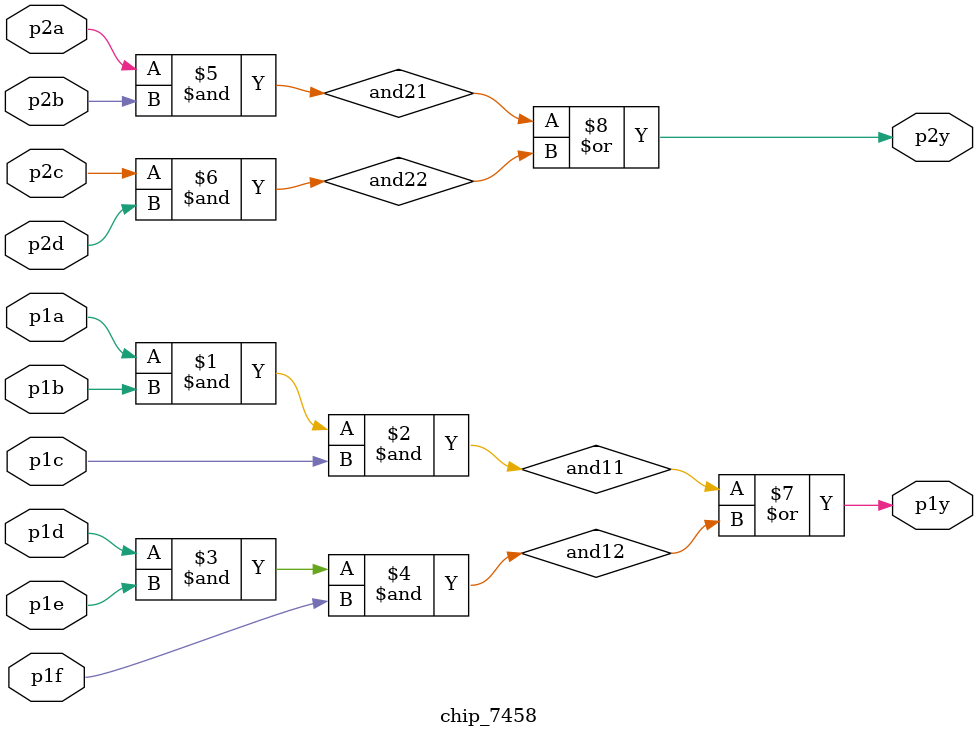
<source format=v>
module chip_7458(
    input p1a, p1b, p1c, p1d, p1e, p1f,
    output p1y,
    input p2a, p2b, p2c, p2d,
    output p2y
);

wire and11, and12, and21, and22;
assign and11 = p1a & p1b & p1c;
assign and12 = p1d & p1e & p1f;
assign and21 = p2a & p2b;
assign and22 = p2c & p2d;
assign p1y = and11 | and12;
assign p2y = and21 | and22;

endmodule
</source>
